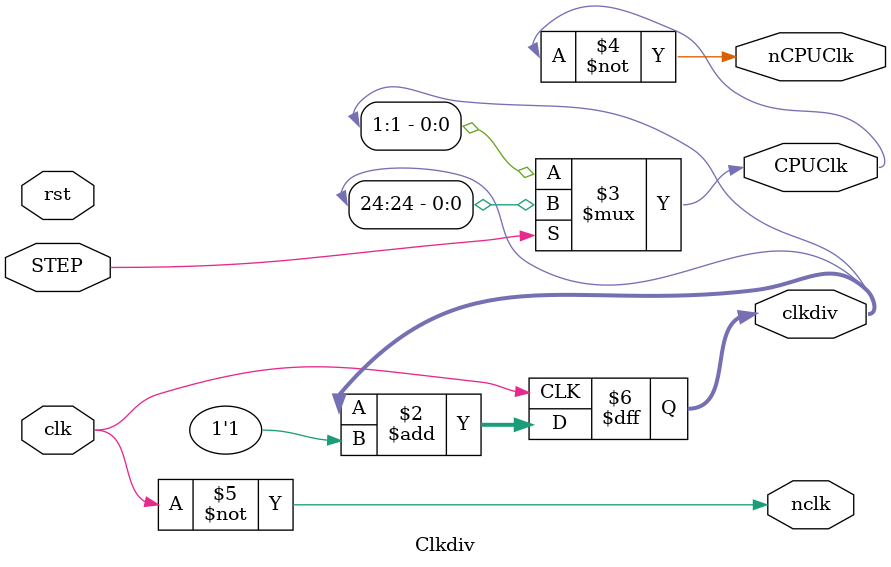
<source format=v>
`timescale 1ns / 1ps
module Clkdiv(input clk,
					input rst,
					input STEP,
					output nclk,
					output reg[31:0]clkdiv,
					output CPUClk,
					output nCPUClk
					);
					
// Clock divider-Ê±ÖÓ·ÖÆµÆ÷


	always @ (posedge clk ) 	//or posedge rst
				clkdiv <= clkdiv + 1'b1;
//		if (rst) clkdiv <= 0; else clkdiv <= clkdiv + 1'b1; 
		
	assign CPUClk = (STEP)? clkdiv[24] : clkdiv[1];
	assign nCPUClk = ~CPUClk;
	assign nclk = ~clk;
		
endmodule

</source>
